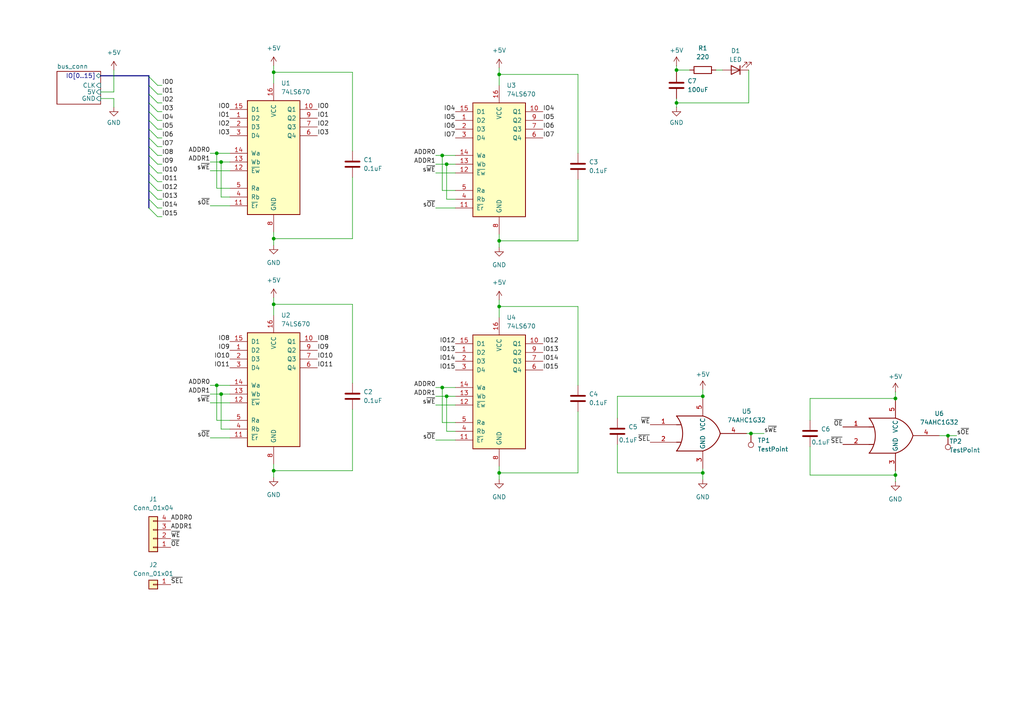
<source format=kicad_sch>
(kicad_sch (version 20250114) (generator "eeschema") (generator_version "9.0")
  (paper "A4")
  (lib_symbols
    (symbol "74xGxx:74AHC1G32"
      (property "Reference" "U" (at -2.54 3.81 0))
      (property "Value" "74AHC1G32" (at 0 -3.81 0))
      (symbol "74AHC1G32_0_1"
        (arc (start -7.62 5.08) (mid -5.838 0) (end -7.62 -5.08) (stroke (width 0.254)))
        (polyline (pts (xy -7.62 2.54) (xy -6.35 2.54)) (stroke (width 0.254)) (fill (type background)))
        (polyline (pts (xy -7.62 -2.54) (xy -6.35 -2.54)) (stroke (width 0.254)) (fill (type background)))
        (arc (start 5.08 0) (mid 3.202 -3.202) (end 0 -5.08) (stroke (width 0.254)))
        (arc (start 0 5.08) (mid 3.2271 3.2271) (end 5.08 0) (stroke (width 0.254)))
        (polyline (pts (xy 0 5.08) (xy -7.62 5.08)) (stroke (width 0.254)) (fill (type background)))
        (polyline (pts (xy 0 -5.08) (xy -7.62 -5.08)) (stroke (width 0.254)) (fill (type background)))
      )
      (symbol "74AHC1G32_1_1"
        (pin input line (at -15.24 2.54 0) (length 7.62) (name "~") (number "1"))
        (pin input line (at -15.24 -2.54 0) (length 7.62) (name "~") (number "2"))
        (pin power_in line (at 0 10.16 270) (length 5.08) (name "VCC") (number "5"))
        (pin power_in line (at 0 -10.16 90) (length 5.08) (name "GND") (number "3"))
        (pin output line (at 12.7 0 180) (length 7.62) (name "~") (number "4"))
      )
    )
    (symbol "74xx:74LS670" (pin_names (offset 1.016))
      (property "Reference" "U" (at -7.62 16.51 0))
      (property "Value" "74LS670" (at -7.62 -19.05 0))
      (symbol "74LS670_1_0"
        (pin input line (at -12.7 12.7 0) (length 5.08) (name "D1") (number "15"))
        (pin input line (at -12.7 10.16 0) (length 5.08) (name "D2") (number "1"))
        (pin input line (at -12.7 7.62 0) (length 5.08) (name "D3") (number "2"))
        (pin input line (at -12.7 5.08 0) (length 5.08) (name "D4") (number "3"))
        (pin input line (at -12.7 0 0) (length 5.08) (name "Wa") (number "14"))
        (pin input line (at -12.7 -2.54 0) (length 5.08) (name "Wb") (number "13"))
        (pin input line (at -12.7 -5.08 0) (length 5.08) (name "~{Ew}") (number "12"))
        (pin input line (at -12.7 -10.16 0) (length 5.08) (name "Ra") (number "5"))
        (pin input line (at -12.7 -12.7 0) (length 5.08) (name "Rb") (number "4"))
        (pin input line (at -12.7 -15.24 0) (length 5.08) (name "~{Er}") (number "11"))
        (pin power_in line (at 0 20.32 270) (length 5.08) (name "VCC") (number "16"))
        (pin power_in line (at 0 -22.86 90) (length 5.08) (name "GND") (number "8"))
        (pin tri_state line (at 12.7 12.7 180) (length 5.08) (name "Q1") (number "10"))
        (pin tri_state line (at 12.7 10.16 180) (length 5.08) (name "Q2") (number "9"))
        (pin tri_state line (at 12.7 7.62 180) (length 5.08) (name "Q3") (number "7"))
        (pin tri_state line (at 12.7 5.08 180) (length 5.08) (name "Q4") (number "6"))
      )
      (symbol "74LS670_1_1"
        (rectangle (start -7.62 15.24) (end 7.62 -17.78) (stroke (width 0.254)) (fill (type background)))
      )
    )
    (symbol "Connector:TestPoint" (pin_numbers (hide yes)) (pin_names (offset 0.762) (hide yes))
      (property "Reference" "TP" (at 0 6.858 0))
      (property "Value" "TestPoint" (at 0 5.08 0))
      (symbol "TestPoint_0_1"
        (circle (center 0 3.302) (radius 0.762))
      )
      (symbol "TestPoint_1_1"
        (pin passive line (at 0 0 90) (length 2.54) (name "1") (number "1"))
      )
    )
    (symbol "Connector_Generic:Conn_01x01" (pin_names (offset 1.016) (hide yes))
      (property "Reference" "J" (at 0 2.54 0))
      (property "Value" "Conn_01x01" (at 0 -2.54 0))
      (symbol "Conn_01x01_1_1"
        (rectangle (start -1.27 1.27) (end 1.27 -1.27) (stroke (width 0.254)) (fill (type background)))
        (rectangle (start -1.27 0.127) (end 0 -0.127) (stroke (width 0.1524)))
        (pin passive line (at -5.08 0 0) (length 3.81) (name "Pin_1") (number "1"))
      )
    )
    (symbol "Connector_Generic:Conn_01x04" (pin_names (offset 1.016) (hide yes))
      (property "Reference" "J" (at 0 5.08 0))
      (property "Value" "Conn_01x04" (at 0 -7.62 0))
      (symbol "Conn_01x04_1_1"
        (rectangle (start -1.27 3.81) (end 1.27 -6.35) (stroke (width 0.254)) (fill (type background)))
        (rectangle (start -1.27 2.667) (end 0 2.413) (stroke (width 0.1524)))
        (rectangle (start -1.27 0.127) (end 0 -0.127) (stroke (width 0.1524)))
        (rectangle (start -1.27 -2.413) (end 0 -2.667) (stroke (width 0.1524)))
        (rectangle (start -1.27 -4.953) (end 0 -5.207) (stroke (width 0.1524)))
        (pin passive line (at -5.08 2.54 0) (length 3.81) (name "Pin_1") (number "1"))
        (pin passive line (at -5.08 0 0) (length 3.81) (name "Pin_2") (number "2"))
        (pin passive line (at -5.08 -2.54 0) (length 3.81) (name "Pin_3") (number "3"))
        (pin passive line (at -5.08 -5.08 0) (length 3.81) (name "Pin_4") (number "4"))
      )
    )
    (symbol "Device:C" (pin_numbers (hide yes)) (pin_names (offset 0.254))
      (property "Reference" "C" (at 0.635 2.54 0))
      (property "Value" "C" (at 0.635 -2.54 0))
      (symbol "C_0_1"
        (polyline (pts (xy -2.032 0.762) (xy 2.032 0.762)) (stroke (width 0.508)))
        (polyline (pts (xy -2.032 -0.762) (xy 2.032 -0.762)) (stroke (width 0.508)))
      )
      (symbol "C_1_1"
        (pin passive line (at 0 3.81 270) (length 2.794) (name "~") (number "1"))
        (pin passive line (at 0 -3.81 90) (length 2.794) (name "~") (number "2"))
      )
    )
    (symbol "Device:LED" (pin_numbers (hide yes)) (pin_names (offset 1.016) (hide yes))
      (property "Reference" "D" (at 0 2.54 0))
      (property "Value" "LED" (at 0 -2.54 0))
      (symbol "LED_0_1"
        (polyline (pts (xy -3.048 -0.762) (xy -4.572 -2.286) (xy -3.81 -2.286) (xy -4.572 -2.286) (xy -4.572 -1.524)))
        (polyline (pts (xy -1.778 -0.762) (xy -3.302 -2.286) (xy -2.54 -2.286) (xy -3.302 -2.286) (xy -3.302 -1.524)))
        (polyline (pts (xy -1.27 0) (xy 1.27 0)))
        (polyline (pts (xy -1.27 -1.27) (xy -1.27 1.27)) (stroke (width 0.254)))
        (polyline (pts (xy 1.27 -1.27) (xy 1.27 1.27) (xy -1.27 0) (xy 1.27 -1.27)) (stroke (width 0.254)))
      )
      (symbol "LED_1_1"
        (pin passive line (at -3.81 0 0) (length 2.54) (name "K") (number "1"))
        (pin passive line (at 3.81 0 180) (length 2.54) (name "A") (number "2"))
      )
    )
    (symbol "Device:R" (pin_numbers (hide yes)) (pin_names (offset 0))
      (property "Reference" "R" (at 2.032 0 90))
      (property "Value" "R" (at 0 0 90))
      (symbol "R_0_1"
        (rectangle (start -1.016 -2.54) (end 1.016 2.54) (stroke (width 0.254)))
      )
      (symbol "R_1_1"
        (pin passive line (at 0 3.81 270) (length 1.27) (name "~") (number "1"))
        (pin passive line (at 0 -3.81 90) (length 1.27) (name "~") (number "2"))
      )
    )
    (symbol "power:+5V" (power) (pin_numbers (hide yes)) (pin_names (offset 0) (hide yes))
      (property "Value" "+5V" (at 0 3.556 0))
      (symbol "+5V_0_1"
        (polyline (pts (xy -0.762 1.27) (xy 0 2.54)))
        (polyline (pts (xy 0 2.54) (xy 0.762 1.27)))
        (polyline (pts (xy 0 0) (xy 0 2.54)))
      )
      (symbol "+5V_1_1"
        (pin power_in line (at 0 0 90) (length 0) (name "~") (number "1"))
      )
    )
    (symbol "power:GND" (power) (pin_numbers (hide yes)) (pin_names (offset 0) (hide yes))
      (property "Value" "GND" (at 0 -3.81 0))
      (symbol "GND_0_1"
        (polyline (pts (xy 0 0) (xy 0 -1.27) (xy 1.27 -1.27) (xy 0 -2.54) (xy -1.27 -1.27) (xy 0 -1.27)))
      )
      (symbol "GND_1_1"
        (pin power_in line (at 0 0 270) (length 0) (name "~") (number "1"))
      )
    )
  )
  (junction (at 259.715 115.57))
  (junction (at 196.215 29.845))
  (junction (at 79.375 136.525))
  (junction (at 203.835 114.935))
  (junction (at 196.215 20.32))
  (junction (at 129.54 114.935))
  (junction (at 128.27 45.085))
  (junction (at 128.27 112.395))
  (junction (at 79.375 88.265))
  (junction (at 144.78 21.59))
  (junction (at 144.78 69.85))
  (junction (at 79.375 20.955))
  (junction (at 79.375 69.215))
  (junction (at 144.78 88.9))
  (junction (at 274.955 126.365))
  (junction (at 62.865 44.45))
  (junction (at 259.715 137.795))
  (junction (at 62.865 111.76))
  (junction (at 217.805 125.73))
  (junction (at 144.78 137.16))
  (junction (at 203.835 137.16))
  (junction (at 64.135 114.3))
  (junction (at 129.54 47.625))
  (junction (at 64.135 46.99))
  (bus_entry (at 43.18 60.325) (size 2.54 2.54))
  (bus_entry (at 43.18 42.545) (size 2.54 2.54))
  (bus_entry (at 43.18 24.765) (size 2.54 2.54))
  (bus_entry (at 43.18 32.385) (size 2.54 2.54))
  (bus_entry (at 43.18 55.245) (size 2.54 2.54))
  (bus_entry (at 43.18 34.925) (size 2.54 2.54))
  (bus_entry (at 43.18 57.785) (size 2.54 2.54))
  (bus_entry (at 43.18 22.225) (size 2.54 2.54))
  (bus_entry (at 43.18 27.305) (size 2.54 2.54))
  (bus_entry (at 43.18 40.005) (size 2.54 2.54))
  (bus_entry (at 43.18 47.625) (size 2.54 2.54))
  (bus_entry (at 43.18 50.165) (size 2.54 2.54))
  (bus_entry (at 43.18 52.705) (size 2.54 2.54))
  (bus_entry (at 43.18 45.085) (size 2.54 2.54))
  (bus_entry (at 43.18 29.845) (size 2.54 2.54))
  (bus_entry (at 43.18 37.465) (size 2.54 2.54))
  (wire (pts (xy 179.07 114.935) (xy 203.835 114.935)))
  (wire (pts (xy 126.365 117.475) (xy 132.08 117.475)))
  (wire (pts (xy 144.78 137.16) (xy 144.78 139.065)))
  (wire (pts (xy 144.78 88.9) (xy 167.64 88.9)))
  (bus (pts (xy 43.18 47.625) (xy 43.18 50.165)))
  (wire (pts (xy 144.78 88.9) (xy 144.78 92.075)))
  (bus (pts (xy 43.18 34.925) (xy 43.18 37.465)))
  (wire (pts (xy 60.96 49.53) (xy 66.675 49.53)))
  (wire (pts (xy 179.07 121.285) (xy 179.07 114.935)))
  (wire (pts (xy 144.78 69.85) (xy 144.78 71.755)))
  (wire (pts (xy 45.72 42.545) (xy 46.99 42.545)))
  (wire (pts (xy 79.375 19.05) (xy 79.375 20.955)))
  (wire (pts (xy 45.72 50.165) (xy 46.99 50.165)))
  (wire (pts (xy 45.72 55.245) (xy 46.99 55.245)))
  (wire (pts (xy 66.675 54.61) (xy 62.865 54.61)))
  (wire (pts (xy 128.27 112.395) (xy 132.08 112.395)))
  (wire (pts (xy 129.54 47.625) (xy 129.54 57.785)))
  (wire (pts (xy 45.72 62.865) (xy 46.99 62.865)))
  (wire (pts (xy 207.645 20.32) (xy 209.55 20.32)))
  (wire (pts (xy 234.95 137.795) (xy 259.715 137.795)))
  (wire (pts (xy 45.72 60.325) (xy 46.99 60.325)))
  (wire (pts (xy 129.54 57.785) (xy 132.08 57.785)))
  (wire (pts (xy 66.675 121.92) (xy 62.865 121.92)))
  (wire (pts (xy 33.02 20.32) (xy 33.02 26.67)))
  (wire (pts (xy 126.365 112.395) (xy 128.27 112.395)))
  (wire (pts (xy 216.535 125.73) (xy 217.805 125.73)))
  (wire (pts (xy 144.78 19.685) (xy 144.78 21.59)))
  (wire (pts (xy 167.64 88.9) (xy 167.64 111.76)))
  (wire (pts (xy 45.72 57.785) (xy 46.99 57.785)))
  (wire (pts (xy 144.78 86.995) (xy 144.78 88.9)))
  (wire (pts (xy 126.365 50.165) (xy 132.08 50.165)))
  (bus (pts (xy 43.18 52.705) (xy 43.18 55.245)))
  (wire (pts (xy 196.215 19.05) (xy 196.215 20.32)))
  (bus (pts (xy 43.18 24.765) (xy 43.18 27.305)))
  (wire (pts (xy 64.135 124.46) (xy 66.675 124.46)))
  (wire (pts (xy 102.235 88.265) (xy 102.235 111.125)))
  (wire (pts (xy 64.135 46.99) (xy 64.135 57.15)))
  (wire (pts (xy 203.835 114.935) (xy 203.835 115.57)))
  (wire (pts (xy 217.17 29.845) (xy 196.215 29.845)))
  (wire (pts (xy 144.78 21.59) (xy 144.78 24.765)))
  (wire (pts (xy 126.365 45.085) (xy 128.27 45.085)))
  (wire (pts (xy 128.27 55.245) (xy 128.27 45.085)))
  (wire (pts (xy 167.64 137.16) (xy 144.78 137.16)))
  (wire (pts (xy 144.78 135.255) (xy 144.78 137.16)))
  (wire (pts (xy 196.215 20.32) (xy 196.215 20.955)))
  (wire (pts (xy 167.64 52.07) (xy 167.64 69.85)))
  (wire (pts (xy 167.64 21.59) (xy 167.64 44.45)))
  (wire (pts (xy 126.365 114.935) (xy 129.54 114.935)))
  (wire (pts (xy 272.415 126.365) (xy 274.955 126.365)))
  (wire (pts (xy 203.835 137.16) (xy 203.835 139.065)))
  (wire (pts (xy 62.865 44.45) (xy 66.675 44.45)))
  (wire (pts (xy 79.375 134.62) (xy 79.375 136.525)))
  (bus (pts (xy 43.18 37.465) (xy 43.18 40.005)))
  (wire (pts (xy 45.72 27.305) (xy 46.99 27.305)))
  (wire (pts (xy 196.215 29.845) (xy 196.215 31.115)))
  (wire (pts (xy 60.96 114.3) (xy 64.135 114.3)))
  (bus (pts (xy 43.18 50.165) (xy 43.18 52.705)))
  (wire (pts (xy 29.21 28.575) (xy 33.02 28.575)))
  (wire (pts (xy 33.02 28.575) (xy 33.02 31.115)))
  (wire (pts (xy 79.375 20.955) (xy 79.375 24.13)))
  (wire (pts (xy 64.135 57.15) (xy 66.675 57.15)))
  (wire (pts (xy 60.96 127) (xy 66.675 127)))
  (wire (pts (xy 60.96 44.45) (xy 62.865 44.45)))
  (wire (pts (xy 259.715 115.57) (xy 259.715 116.205)))
  (wire (pts (xy 234.95 115.57) (xy 259.715 115.57)))
  (wire (pts (xy 196.215 20.32) (xy 200.025 20.32)))
  (bus (pts (xy 43.18 42.545) (xy 43.18 45.085)))
  (wire (pts (xy 79.375 20.955) (xy 102.235 20.955)))
  (wire (pts (xy 60.96 111.76) (xy 62.865 111.76)))
  (wire (pts (xy 203.835 135.89) (xy 203.835 137.16)))
  (wire (pts (xy 79.375 88.265) (xy 79.375 91.44)))
  (wire (pts (xy 45.72 47.625) (xy 46.99 47.625)))
  (wire (pts (xy 102.235 118.745) (xy 102.235 136.525)))
  (wire (pts (xy 60.96 46.99) (xy 64.135 46.99)))
  (bus (pts (xy 29.21 21.971) (xy 43.18 21.971)))
  (wire (pts (xy 259.715 137.795) (xy 259.715 139.7)))
  (wire (pts (xy 126.365 60.325) (xy 132.08 60.325)))
  (wire (pts (xy 259.715 136.525) (xy 259.715 137.795)))
  (wire (pts (xy 129.54 114.935) (xy 129.54 125.095)))
  (wire (pts (xy 129.54 125.095) (xy 132.08 125.095)))
  (wire (pts (xy 62.865 121.92) (xy 62.865 111.76)))
  (wire (pts (xy 167.64 119.38) (xy 167.64 137.16)))
  (wire (pts (xy 203.835 113.03) (xy 203.835 114.935)))
  (wire (pts (xy 45.72 37.465) (xy 46.99 37.465)))
  (wire (pts (xy 45.72 40.005) (xy 46.99 40.005)))
  (wire (pts (xy 45.72 34.925) (xy 46.99 34.925)))
  (wire (pts (xy 128.27 45.085) (xy 132.08 45.085)))
  (wire (pts (xy 60.96 59.69) (xy 66.675 59.69)))
  (wire (pts (xy 259.715 113.665) (xy 259.715 115.57)))
  (wire (pts (xy 79.375 136.525) (xy 79.375 138.43)))
  (wire (pts (xy 45.72 29.845) (xy 46.99 29.845)))
  (wire (pts (xy 217.17 20.32) (xy 217.17 29.845)))
  (wire (pts (xy 66.675 46.99) (xy 64.135 46.99)))
  (wire (pts (xy 126.365 47.625) (xy 129.54 47.625)))
  (wire (pts (xy 196.215 28.575) (xy 196.215 29.845)))
  (wire (pts (xy 60.96 116.84) (xy 66.675 116.84)))
  (wire (pts (xy 79.375 88.265) (xy 102.235 88.265)))
  (bus (pts (xy 43.18 27.305) (xy 43.18 29.845)))
  (wire (pts (xy 144.78 21.59) (xy 167.64 21.59)))
  (wire (pts (xy 217.805 125.73) (xy 221.615 125.73)))
  (wire (pts (xy 132.08 47.625) (xy 129.54 47.625)))
  (wire (pts (xy 167.64 69.85) (xy 144.78 69.85)))
  (wire (pts (xy 102.235 136.525) (xy 79.375 136.525)))
  (wire (pts (xy 62.865 54.61) (xy 62.865 44.45)))
  (wire (pts (xy 179.07 128.905) (xy 179.07 137.16)))
  (wire (pts (xy 45.72 45.085) (xy 46.99 45.085)))
  (bus (pts (xy 43.18 32.385) (xy 43.18 34.925)))
  (wire (pts (xy 144.78 67.945) (xy 144.78 69.85)))
  (wire (pts (xy 126.365 127.635) (xy 132.08 127.635)))
  (bus (pts (xy 43.18 45.085) (xy 43.18 47.625)))
  (wire (pts (xy 45.72 52.705) (xy 46.99 52.705)))
  (wire (pts (xy 62.865 111.76) (xy 66.675 111.76)))
  (wire (pts (xy 132.08 55.245) (xy 128.27 55.245)))
  (wire (pts (xy 102.235 20.955) (xy 102.235 43.815)))
  (wire (pts (xy 66.675 114.3) (xy 64.135 114.3)))
  (wire (pts (xy 29.21 26.67) (xy 33.02 26.67)))
  (wire (pts (xy 45.72 32.385) (xy 46.99 32.385)))
  (bus (pts (xy 43.18 29.845) (xy 43.18 32.385)))
  (wire (pts (xy 79.375 67.31) (xy 79.375 69.215)))
  (bus (pts (xy 43.18 22.225) (xy 43.18 24.765)))
  (wire (pts (xy 102.235 51.435) (xy 102.235 69.215)))
  (wire (pts (xy 128.27 122.555) (xy 128.27 112.395)))
  (bus (pts (xy 43.18 21.971) (xy 43.18 22.225)))
  (wire (pts (xy 45.72 24.765) (xy 46.99 24.765)))
  (wire (pts (xy 179.07 137.16) (xy 203.835 137.16)))
  (wire (pts (xy 64.135 114.3) (xy 64.135 124.46)))
  (bus (pts (xy 43.18 55.245) (xy 43.18 57.785)))
  (wire (pts (xy 79.375 69.215) (xy 79.375 71.12)))
  (wire (pts (xy 234.95 121.92) (xy 234.95 115.57)))
  (bus (pts (xy 43.18 40.005) (xy 43.18 42.545)))
  (wire (pts (xy 234.95 129.54) (xy 234.95 137.795)))
  (wire (pts (xy 79.375 86.36) (xy 79.375 88.265)))
  (bus (pts (xy 43.18 57.785) (xy 43.18 60.325)))
  (wire (pts (xy 132.08 114.935) (xy 129.54 114.935)))
  (wire (pts (xy 274.955 126.365) (xy 277.495 126.365)))
  (wire (pts (xy 132.08 122.555) (xy 128.27 122.555)))
  (wire (pts (xy 102.235 69.215) (xy 79.375 69.215)))
  (label "IO6" (at 132.08 37.465 180))
  (label "s~{OE}" (at 126.365 60.325 180))
  (label "IO10" (at 66.675 104.14 180))
  (label "s~{WE}" (at 126.365 117.475 180))
  (label "IO0" (at 66.675 31.75 180))
  (label "~{SEL}" (at 188.595 128.27 180))
  (label "IO7" (at 132.08 40.005 180))
  (label "IO12" (at 132.08 99.695 180))
  (label "ADDR0" (at 49.53 151.13 0))
  (label "IO2" (at 66.675 36.83 180))
  (label "~{WE}" (at 188.595 123.19 180))
  (label "IO10" (at 46.99 50.165 0))
  (label "IO4" (at 132.08 32.385 180))
  (label "IO7" (at 157.48 40.005 0))
  (label "IO0" (at 92.075 31.75 0))
  (label "IO13" (at 46.99 57.785 0))
  (label "IO12" (at 46.99 55.245 0))
  (label "~{SEL}" (at 49.53 169.545 0))
  (label "IO9" (at 46.99 47.625 0))
  (label "IO9" (at 92.075 101.6 0))
  (label "IO8" (at 66.675 99.06 180))
  (label "s~{WE}" (at 60.96 116.84 180))
  (label "ADDR1" (at 60.96 114.3 180))
  (label "IO0" (at 46.99 24.765 0))
  (label "IO5" (at 157.48 34.925 0))
  (label "IO3" (at 66.675 39.37 180))
  (label "IO5" (at 132.08 34.925 180))
  (label "s~{OE}" (at 126.365 127.635 180))
  (label "IO8" (at 46.99 45.085 0))
  (label "ADDR0" (at 126.365 112.395 180))
  (label "ADDR0" (at 60.96 111.76 180))
  (label "s~{WE}" (at 126.365 50.165 180))
  (label "IO2" (at 46.99 29.845 0))
  (label "~{WE}" (at 49.53 156.21 0))
  (label "IO3" (at 46.99 32.385 0))
  (label "IO6" (at 157.48 37.465 0))
  (label "IO9" (at 66.675 101.6 180))
  (label "IO3" (at 92.075 39.37 0))
  (label "IO7" (at 46.99 42.545 0))
  (label "s~{OE}" (at 60.96 127 180))
  (label "s~{WE}" (at 60.96 49.53 180))
  (label "IO6" (at 46.99 40.005 0))
  (label "IO14" (at 46.99 60.325 0))
  (label "ADDR1" (at 60.96 46.99 180))
  (label "IO12" (at 157.48 99.695 0))
  (label "IO1" (at 92.075 34.29 0))
  (label "ADDR0" (at 126.365 45.085 180))
  (label "s~{OE}" (at 277.495 126.365 0))
  (label "IO11" (at 66.675 106.68 180))
  (label "IO4" (at 46.99 34.925 0))
  (label "IO1" (at 46.99 27.305 0))
  (label "IO13" (at 157.48 102.235 0))
  (label "~{SEL}" (at 244.475 128.905 180))
  (label "IO10" (at 92.075 104.14 0))
  (label "IO11" (at 92.075 106.68 0))
  (label "ADDR1" (at 126.365 114.935 180))
  (label "~{OE}" (at 244.475 123.825 180))
  (label "IO15" (at 132.08 107.315 180))
  (label "ADDR1" (at 49.53 153.67 0))
  (label "ADDR1" (at 126.365 47.625 180))
  (label "IO11" (at 46.99 52.705 0))
  (label "IO14" (at 157.48 104.775 0))
  (label "IO15" (at 157.48 107.315 0))
  (label "IO14" (at 132.08 104.775 180))
  (label "IO5" (at 46.99 37.465 0))
  (label "IO4" (at 157.48 32.385 0))
  (label "s~{WE}" (at 221.615 125.73 0))
  (label "IO2" (at 92.075 36.83 0))
  (label "IO1" (at 66.675 34.29 180))
  (label "IO8" (at 92.075 99.06 0))
  (label "IO15" (at 46.99 62.865 0))
  (label "ADDR0" (at 60.96 44.45 180))
  (label "IO13" (at 132.08 102.235 180))
  (label "s~{OE}" (at 60.96 59.69 180))
  (label "~{OE}" (at 49.53 158.75 0))
  (symbol (lib_id "74xx:74LS670") (at 79.375 111.76 0) (unit 1)
    (property "Reference" "U2" (at 81.5183 91.44 0) (effects (justify left)))
    (property "Value" "74LS670" (at 81.5183 93.98 0) (effects (justify left)))
    (property "Footprint" "Package_SO:SOIC-16_3.9x9.9mm_P1.27mm" (effects (hide yes)))
    (property "Datasheet" "http://www.ti.com/lit/gpn/sn74LS670" (effects (hide yes)))
    (property "Description" "4 x 4 Register Files 3-State Outputs" (effects (hide yes)))
  )
  (symbol (lib_id "power:+5V") (at 144.78 19.685 0) (unit 1)
    (property "Reference" "#PWR03" (effects (hide yes)))
    (property "Value" "+5V" (at 144.78 14.605 0))
    (property "Description" "Power symbol creates a global label with name \"+5V\"" (effects (hide yes)))
  )
  (symbol (lib_id "Connector_Generic:Conn_01x01") (at 44.45 169.545 180) (unit 1)
    (property "Reference" "J2" (at 44.45 163.83 0))
    (property "Value" "Conn_01x01" (at 44.45 166.37 0))
    (property "Footprint" "Connector_PinHeader_2.54mm:PinHeader_1x01_P2.54mm_Horizontal" (effects (hide yes)))
    (property "Description" "Generic connector, single row, 01x01, script generated (kicad-library-utils/schlib/autogen/connector/)" (effects (hide yes)))
  )
  (symbol (lib_id "74xx:74LS670") (at 79.375 44.45 0) (unit 1)
    (property "Reference" "U1" (at 81.5183 24.13 0) (effects (justify left)))
    (property "Value" "74LS670" (at 81.5183 26.67 0) (effects (justify left)))
    (property "Footprint" "Package_SO:SOIC-16_3.9x9.9mm_P1.27mm" (effects (hide yes)))
    (property "Datasheet" "http://www.ti.com/lit/gpn/sn74LS670" (effects (hide yes)))
    (property "Description" "4 x 4 Register Files 3-State Outputs" (effects (hide yes)))
  )
  (symbol (lib_id "Connector:TestPoint") (at 274.955 126.365 180) (unit 1)
    (property "Reference" "TP2" (at 275.336 128.016 0) (effects (justify right)))
    (property "Value" "TestPoint" (at 275.336 130.556 0) (effects (justify right)))
    (property "Footprint" "TestPoint:TestPoint_Pad_D2.0mm" (effects (hide yes)))
    (property "Description" "test point" (effects (hide yes)))
  )
  (symbol (lib_id "power:GND") (at 79.375 71.12 0) (unit 1)
    (property "Reference" "#PWR02" (effects (hide yes)))
    (property "Value" "GND" (at 79.375 76.2 0))
    (property "Description" "Power symbol creates a global label with name \"GND\" , ground" (effects (hide yes)))
  )
  (symbol (lib_id "Device:C") (at 102.235 114.935 0) (unit 1)
    (property "Reference" "C2" (at 105.41 113.6649 0) (effects (justify left)))
    (property "Value" "0.1uF" (at 105.41 116.2049 0) (effects (justify left)))
    (property "Footprint" "Capacitor_SMD:C_0603_1608Metric" (effects (hide yes)))
    (property "Description" "Unpolarized capacitor" (effects (hide yes)))
  )
  (symbol (lib_id "power:GND") (at 196.215 31.115 0) (unit 1)
    (property "Reference" "#PWR016" (effects (hide yes)))
    (property "Value" "GND" (at 196.215 35.56 0))
    (property "Description" "Power symbol creates a global label with name \"GND\" , ground" (effects (hide yes)))
  )
  (symbol (lib_id "power:+5V") (at 196.215 19.05 0) (unit 1)
    (property "Reference" "#PWR015" (effects (hide yes)))
    (property "Value" "+5V" (at 196.215 14.605 0))
    (property "Description" "Power symbol creates a global label with name \"+5V\"" (effects (hide yes)))
  )
  (symbol (lib_id "power:+5V") (at 33.02 20.32 0) (unit 1)
    (property "Reference" "#PWR014" (effects (hide yes)))
    (property "Value" "+5V" (at 33.02 15.24 0))
    (property "Description" "Power symbol creates a global label with name \"+5V\"" (effects (hide yes)))
  )
  (symbol (lib_id "Device:LED") (at 213.36 20.32 180) (unit 1)
    (property "Reference" "D1" (at 213.36 14.732 0))
    (property "Value" "LED" (at 213.36 17.272 0))
    (property "Footprint" "LED_SMD:LED_0603_1608Metric" (effects (hide yes)))
    (property "Description" "Light emitting diode" (effects (hide yes)))
    (property "Sim.Pins" "1=K 2=A" (effects (hide yes)))
  )
  (symbol (lib_id "power:GND") (at 144.78 139.065 0) (unit 1)
    (property "Reference" "#PWR08" (effects (hide yes)))
    (property "Value" "GND" (at 144.78 144.145 0))
    (property "Description" "Power symbol creates a global label with name \"GND\" , ground" (effects (hide yes)))
  )
  (symbol (lib_id "Device:C") (at 167.64 115.57 0) (unit 1)
    (property "Reference" "C4" (at 170.815 114.2999 0) (effects (justify left)))
    (property "Value" "0.1uF" (at 170.815 116.8399 0) (effects (justify left)))
    (property "Footprint" "Capacitor_SMD:C_0603_1608Metric" (effects (hide yes)))
    (property "Description" "Unpolarized capacitor" (effects (hide yes)))
  )
  (symbol (lib_id "Device:R") (at 203.835 20.32 90) (unit 1)
    (property "Reference" "R1" (at 203.835 13.97 90))
    (property "Value" "220" (at 203.835 16.51 90))
    (property "Footprint" "Resistor_SMD:R_0603_1608Metric" (effects (hide yes)))
    (property "Description" "Resistor" (effects (hide yes)))
  )
  (symbol (lib_id "Connector_Generic:Conn_01x04") (at 44.45 156.21 180) (unit 1)
    (property "Reference" "J1" (at 44.45 144.78 0))
    (property "Value" "Conn_01x04" (at 44.45 147.32 0))
    (property "Footprint" "Connector_PinHeader_2.54mm:PinHeader_1x04_P2.54mm_Vertical" (effects (hide yes)))
    (property "Description" "Generic connector, single row, 01x04, script generated (kicad-library-utils/schlib/autogen/connector/)" (effects (hide yes)))
  )
  (symbol (lib_id "power:+5V") (at 79.375 19.05 0) (unit 1)
    (property "Reference" "#PWR01" (effects (hide yes)))
    (property "Value" "+5V" (at 79.375 13.97 0))
    (property "Description" "Power symbol creates a global label with name \"+5V\"" (effects (hide yes)))
  )
  (symbol (lib_id "power:+5V") (at 259.715 113.665 0) (unit 1)
    (property "Reference" "#PWR011" (effects (hide yes)))
    (property "Value" "+5V" (at 259.715 109.22 0))
    (property "Description" "Power symbol creates a global label with name \"+5V\"" (effects (hide yes)))
  )
  (symbol (lib_id "Device:C") (at 167.64 48.26 0) (unit 1)
    (property "Reference" "C3" (at 170.815 46.9899 0) (effects (justify left)))
    (property "Value" "0.1uF" (at 170.815 49.5299 0) (effects (justify left)))
    (property "Footprint" "Capacitor_SMD:C_0603_1608Metric" (effects (hide yes)))
    (property "Description" "Unpolarized capacitor" (effects (hide yes)))
  )
  (symbol (lib_id "Device:C") (at 196.215 24.765 0) (unit 1)
    (property "Reference" "C7" (at 199.39 23.4949 0) (effects (justify left)))
    (property "Value" "100uF" (at 199.39 26.0349 0) (effects (justify left)))
    (property "Footprint" "Capacitor_SMD:CP_Elec_5x5.3" (effects (hide yes)))
    (property "Description" "Unpolarized capacitor" (effects (hide yes)))
  )
  (symbol (lib_id "power:+5V") (at 144.78 86.995 0) (unit 1)
    (property "Reference" "#PWR07" (effects (hide yes)))
    (property "Value" "+5V" (at 144.78 81.915 0))
    (property "Description" "Power symbol creates a global label with name \"+5V\"" (effects (hide yes)))
  )
  (symbol (lib_id "power:GND") (at 33.02 31.115 0) (unit 1)
    (property "Reference" "#PWR013" (effects (hide yes)))
    (property "Value" "GND" (at 33.02 35.56 0))
    (property "Description" "Power symbol creates a global label with name \"GND\" , ground" (effects (hide yes)))
  )
  (symbol (lib_id "Device:C") (at 234.95 125.73 0) (unit 1)
    (property "Reference" "C6" (at 238.125 124.4599 0) (effects (justify left)))
    (property "Value" "0.1uF" (at 235.331 128.27 0) (effects (justify left)))
    (property "Footprint" "Capacitor_SMD:C_0603_1608Metric" (effects (hide yes)))
    (property "Description" "Unpolarized capacitor" (effects (hide yes)))
  )
  (symbol (lib_id "74xGxx:74AHC1G32") (at 259.715 126.365 0) (unit 1)
    (property "Reference" "U6" (at 272.415 119.9448 0))
    (property "Value" "74AHC1G32" (at 272.415 122.4848 0))
    (property "Footprint" "Package_TO_SOT_SMD:SOT-23-5" (effects (hide yes)))
    (property "Datasheet" "http://www.ti.com/lit/sg/scyt129e/scyt129e.pdf" (effects (hide yes)))
    (property "Description" "Single OR Gate, Low-Voltage CMOS" (effects (hide yes)))
  )
  (symbol (lib_id "74xx:74LS670") (at 144.78 45.085 0) (unit 1)
    (property "Reference" "U3" (at 146.9233 24.765 0) (effects (justify left)))
    (property "Value" "74LS670" (at 146.9233 27.305 0) (effects (justify left)))
    (property "Footprint" "Package_SO:SOIC-16_3.9x9.9mm_P1.27mm" (effects (hide yes)))
    (property "Datasheet" "http://www.ti.com/lit/gpn/sn74LS670" (effects (hide yes)))
    (property "Description" "4 x 4 Register Files 3-State Outputs" (effects (hide yes)))
  )
  (symbol (lib_id "power:+5V") (at 79.375 86.36 0) (unit 1)
    (property "Reference" "#PWR05" (effects (hide yes)))
    (property "Value" "+5V" (at 79.375 81.28 0))
    (property "Description" "Power symbol creates a global label with name \"+5V\"" (effects (hide yes)))
  )
  (symbol (lib_id "74xGxx:74AHC1G32") (at 203.835 125.73 0) (unit 1)
    (property "Reference" "U5" (at 216.535 119.3098 0))
    (property "Value" "74AHC1G32" (at 216.535 121.8498 0))
    (property "Footprint" "Package_TO_SOT_SMD:SOT-23-5" (effects (hide yes)))
    (property "Datasheet" "http://www.ti.com/lit/sg/scyt129e/scyt129e.pdf" (effects (hide yes)))
    (property "Description" "Single OR Gate, Low-Voltage CMOS" (effects (hide yes)))
  )
  (symbol (lib_id "power:GND") (at 79.375 138.43 0) (unit 1)
    (property "Reference" "#PWR06" (effects (hide yes)))
    (property "Value" "GND" (at 79.375 143.51 0))
    (property "Description" "Power symbol creates a global label with name \"GND\" , ground" (effects (hide yes)))
  )
  (symbol (lib_id "Connector:TestPoint") (at 217.805 125.73 180) (unit 1)
    (property "Reference" "TP1" (at 219.71 127.7619 0) (effects (justify right)))
    (property "Value" "TestPoint" (at 219.71 130.3019 0) (effects (justify right)))
    (property "Footprint" "TestPoint:TestPoint_Pad_D2.0mm" (effects (hide yes)))
    (property "Description" "test point" (effects (hide yes)))
  )
  (symbol (lib_id "Device:C") (at 102.235 47.625 0) (unit 1)
    (property "Reference" "C1" (at 105.41 46.3549 0) (effects (justify left)))
    (property "Value" "0.1uF" (at 105.41 48.8949 0) (effects (justify left)))
    (property "Footprint" "Capacitor_SMD:C_0603_1608Metric" (effects (hide yes)))
    (property "Description" "Unpolarized capacitor" (effects (hide yes)))
  )
  (symbol (lib_id "Device:C") (at 179.07 125.095 0) (unit 1)
    (property "Reference" "C5" (at 182.245 123.8249 0) (effects (justify left)))
    (property "Value" "0.1uF" (at 179.451 127.635 0) (effects (justify left)))
    (property "Footprint" "Capacitor_SMD:C_0603_1608Metric" (effects (hide yes)))
    (property "Description" "Unpolarized capacitor" (effects (hide yes)))
  )
  (symbol (lib_id "power:GND") (at 144.78 71.755 0) (unit 1)
    (property "Reference" "#PWR04" (effects (hide yes)))
    (property "Value" "GND" (at 144.78 76.835 0))
    (property "Description" "Power symbol creates a global label with name \"GND\" , ground" (effects (hide yes)))
  )
  (symbol (lib_id "74xx:74LS670") (at 144.78 112.395 0) (unit 1)
    (property "Reference" "U4" (at 146.9233 92.075 0) (effects (justify left)))
    (property "Value" "74LS670" (at 146.9233 94.615 0) (effects (justify left)))
    (property "Footprint" "Package_SO:SOIC-16_3.9x9.9mm_P1.27mm" (effects (hide yes)))
    (property "Datasheet" "http://www.ti.com/lit/gpn/sn74LS670" (effects (hide yes)))
    (property "Description" "4 x 4 Register Files 3-State Outputs" (effects (hide yes)))
  )
  (symbol (lib_id "power:GND") (at 203.835 139.065 0) (unit 1)
    (property "Reference" "#PWR010" (effects (hide yes)))
    (property "Value" "GND" (at 203.835 144.145 0))
    (property "Description" "Power symbol creates a global label with name \"GND\" , ground" (effects (hide yes)))
  )
  (symbol (lib_id "power:GND") (at 259.715 139.7 0) (unit 1)
    (property "Reference" "#PWR012" (effects (hide yes)))
    (property "Value" "GND" (at 259.715 144.78 0))
    (property "Description" "Power symbol creates a global label with name \"GND\" , ground" (effects (hide yes)))
  )
  (symbol (lib_id "power:+5V") (at 203.835 113.03 0) (unit 1)
    (property "Reference" "#PWR09" (effects (hide yes)))
    (property "Value" "+5V" (at 203.835 108.585 0))
    (property "Description" "Power symbol creates a global label with name \"+5V\"" (effects (hide yes)))
  )
  (sheet (at 16.51 20.701) (size 12.7 9.525) (stroke (width 0.1524))
    (property "Sheetname" "bus_conn" (at 16.51 19.9894 0) (effects (justify left bottom)))
    (property "Sheetfile" "../common/bus_conn.kicad_sch" (effects (hide yes)))
    (pin "5V" input (at 29.21 26.67 0))
    (pin "IO[0..15]" tri_state (at 29.21 21.971 0))
    (pin "GND" input (at 29.21 28.575 0))
    (pin "CLK" input (at 29.21 24.765 0))
  )
)
</source>
